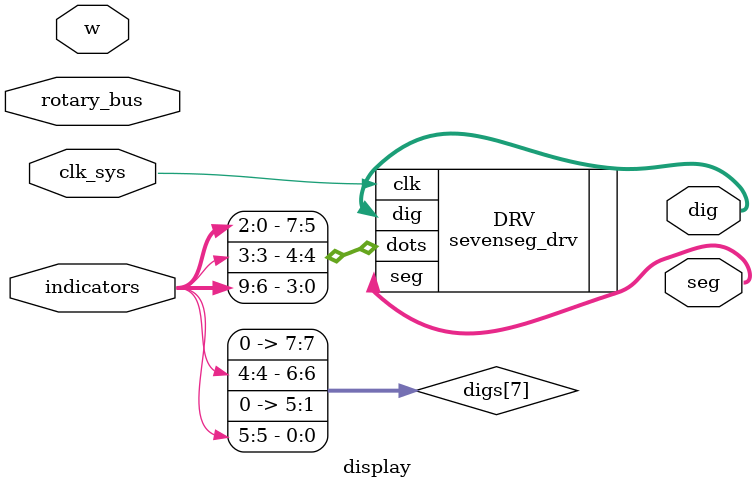
<source format=v>

module display(
	input clk_sys,
	input [0:15] w,
	input [10:0] rotary_bus,
	input [9:0] indicators,
	output [7:0] seg,
	output [7:0] dig
);

	wire [7:0] digs [7:0];
	
	hex2seg d0(.hex(w[12:15]), .seg(digs[0]));
	hex2seg d1(.hex(w[8:11]), .seg(digs[1]));
	hex2seg d2(.hex(w[4:7]), .seg(digs[2]));
	hex2seg d3(.hex(w[0:3]), .seg(digs[3]));
	none2seg d4(.seg(digs[4]));
	rb2seg d5(.r(rotary_bus), .seg(digs[5]));
	ra2seg d6(.r(rotary_bus), .seg(digs[6]));

	assign digs[7][0] = indicators[5];
	assign digs[7][6] = indicators[4];
	assign digs[7][5:1] = 0;
	assign digs[7][7] = 0;

	sevenseg_drv DRV(
		.clk(clk_sys),
		.seg(seg),
		.dig(dig),
//		.digs(digs),	// FIXME: this is not supported by yosys
		.dots({indicators[2:0], indicators[3], indicators[9:6]})
	);

endmodule

// vim: tabstop=2 shiftwidth=2 autoindent noexpandtab

</source>
